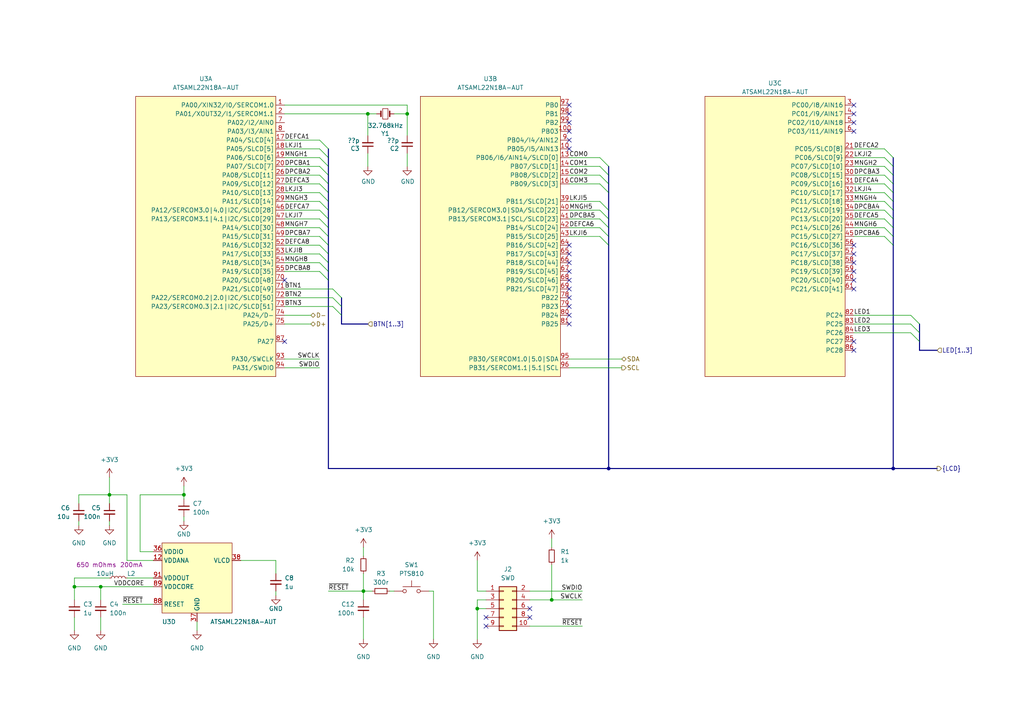
<source format=kicad_sch>
(kicad_sch (version 20230121) (generator eeschema)
  (paper "A4")
  (junction (at 29.21 170.18))
  (junction (at 160.02 173.99))
  (junction (at 259.08 135.89))
  (junction (at 106.68 33.02))
  (junction (at 53.34 143.51))
  (junction (at 118.11 33.02))
  (junction (at 105.41 171.45))
  (junction (at 21.59 170.18))
  (junction (at 138.43 176.53))
  (junction (at 31.75 143.51))
  (junction (at 176.53 135.89))
  (no_connect (at 247.65 71.12))
  (no_connect (at 165.1 43.18))
  (no_connect (at 247.65 33.02))
  (no_connect (at 165.1 91.44))
  (no_connect (at 153.67 176.53))
  (no_connect (at 165.1 83.82))
  (no_connect (at 165.1 88.9))
  (no_connect (at 165.1 33.02))
  (no_connect (at 247.65 83.82))
  (no_connect (at 247.65 76.2))
  (no_connect (at 165.1 38.1))
  (no_connect (at 165.1 73.66))
  (no_connect (at 153.67 179.07))
  (no_connect (at 165.1 76.2))
  (no_connect (at 247.65 101.6))
  (no_connect (at 247.65 38.1))
  (no_connect (at 165.1 40.64))
  (no_connect (at 165.1 30.48))
  (no_connect (at 247.65 30.48))
  (no_connect (at 140.97 179.07))
  (no_connect (at 165.1 81.28))
  (no_connect (at 165.1 78.74))
  (no_connect (at 247.65 81.28))
  (no_connect (at 165.1 71.12))
  (no_connect (at 165.1 86.36))
  (no_connect (at 82.55 81.28))
  (no_connect (at 165.1 93.98))
  (no_connect (at 247.65 73.66))
  (no_connect (at 247.65 35.56))
  (no_connect (at 247.65 78.74))
  (no_connect (at 82.55 99.06))
  (no_connect (at 165.1 35.56))
  (no_connect (at 247.65 99.06))
  (no_connect (at 140.97 181.61))
  (bus_entry (at 99.06 86.36) (size -2.54 -2.54))
  (bus_entry (at 95.25 55.88) (size -2.54 -2.54))
  (bus_entry (at 95.25 50.8) (size -2.54 -2.54))
  (bus_entry (at 95.25 68.58) (size -2.54 -2.54))
  (bus_entry (at 259.08 63.5) (size -2.54 -2.54))
  (bus_entry (at 176.53 71.12) (size -2.54 -2.54))
  (bus_entry (at 176.53 55.88) (size -2.54 -2.54))
  (bus_entry (at 176.53 60.96) (size -2.54 -2.54))
  (bus_entry (at 259.08 71.12) (size -2.54 -2.54))
  (bus_entry (at 176.53 63.5) (size -2.54 -2.54))
  (bus_entry (at 95.25 78.74) (size -2.54 -2.54))
  (bus_entry (at 95.25 45.72) (size -2.54 -2.54))
  (bus_entry (at 95.25 81.28) (size -2.54 -2.54))
  (bus_entry (at 95.25 73.66) (size -2.54 -2.54))
  (bus_entry (at 176.53 53.34) (size -2.54 -2.54))
  (bus_entry (at 99.06 91.44) (size -2.54 -2.54))
  (bus_entry (at 95.25 53.34) (size -2.54 -2.54))
  (bus_entry (at 95.25 43.18) (size -2.54 -2.54))
  (bus_entry (at 259.08 50.8) (size -2.54 -2.54))
  (bus_entry (at 176.53 48.26) (size -2.54 -2.54))
  (bus_entry (at 259.08 53.34) (size -2.54 -2.54))
  (bus_entry (at 266.7 96.52) (size -2.54 -2.54))
  (bus_entry (at 95.25 63.5) (size -2.54 -2.54))
  (bus_entry (at 266.7 93.98) (size -2.54 -2.54))
  (bus_entry (at 259.08 66.04) (size -2.54 -2.54))
  (bus_entry (at 95.25 48.26) (size -2.54 -2.54))
  (bus_entry (at 259.08 58.42) (size -2.54 -2.54))
  (bus_entry (at 259.08 55.88) (size -2.54 -2.54))
  (bus_entry (at 259.08 45.72) (size -2.54 -2.54))
  (bus_entry (at 99.06 88.9) (size -2.54 -2.54))
  (bus_entry (at 259.08 48.26) (size -2.54 -2.54))
  (bus_entry (at 176.53 68.58) (size -2.54 -2.54))
  (bus_entry (at 95.25 60.96) (size -2.54 -2.54))
  (bus_entry (at 95.25 58.42) (size -2.54 -2.54))
  (bus_entry (at 259.08 68.58) (size -2.54 -2.54))
  (bus_entry (at 95.25 66.04) (size -2.54 -2.54))
  (bus_entry (at 259.08 60.96) (size -2.54 -2.54))
  (bus_entry (at 266.7 99.06) (size -2.54 -2.54))
  (bus_entry (at 95.25 71.12) (size -2.54 -2.54))
  (bus_entry (at 176.53 50.8) (size -2.54 -2.54))
  (bus_entry (at 95.25 76.2) (size -2.54 -2.54))
  (bus_entry (at 176.53 66.04) (size -2.54 -2.54))
  (wire (pts (xy 105.41 158.75) (xy 105.41 161.29)))
  (bus (pts (xy 259.08 63.5) (xy 259.08 66.04)))
  (wire (pts (xy 82.55 88.9) (xy 96.52 88.9)))
  (wire (pts (xy 165.1 53.34) (xy 173.99 53.34)))
  (wire (pts (xy 82.55 73.66) (xy 92.71 73.66)))
  (wire (pts (xy 106.68 39.37) (xy 106.68 33.02)))
  (bus (pts (xy 95.25 73.66) (xy 95.25 76.2)))
  (wire (pts (xy 160.02 173.99) (xy 168.91 173.99)))
  (bus (pts (xy 271.78 101.6) (xy 266.7 101.6)))
  (bus (pts (xy 259.08 45.72) (xy 259.08 48.26)))
  (wire (pts (xy 82.55 43.18) (xy 92.71 43.18)))
  (wire (pts (xy 31.75 151.13) (xy 31.75 152.4)))
  (bus (pts (xy 95.25 81.28) (xy 95.25 135.89)))
  (wire (pts (xy 247.65 96.52) (xy 264.16 96.52)))
  (wire (pts (xy 153.67 181.61) (xy 168.91 181.61)))
  (wire (pts (xy 165.1 48.26) (xy 173.99 48.26)))
  (wire (pts (xy 21.59 170.18) (xy 21.59 173.99)))
  (bus (pts (xy 259.08 71.12) (xy 259.08 135.89)))
  (wire (pts (xy 22.86 143.51) (xy 22.86 146.05)))
  (wire (pts (xy 35.56 175.26) (xy 44.45 175.26)))
  (wire (pts (xy 247.65 93.98) (xy 264.16 93.98)))
  (wire (pts (xy 165.1 106.68) (xy 180.34 106.68)))
  (wire (pts (xy 247.65 91.44) (xy 264.16 91.44)))
  (wire (pts (xy 82.55 104.14) (xy 92.71 104.14)))
  (wire (pts (xy 82.55 55.88) (xy 92.71 55.88)))
  (wire (pts (xy 247.65 43.18) (xy 256.54 43.18)))
  (wire (pts (xy 80.01 162.56) (xy 80.01 166.37)))
  (bus (pts (xy 95.25 78.74) (xy 95.25 81.28)))
  (bus (pts (xy 176.53 68.58) (xy 176.53 71.12)))
  (wire (pts (xy 165.1 63.5) (xy 173.99 63.5)))
  (wire (pts (xy 82.55 91.44) (xy 90.17 91.44)))
  (wire (pts (xy 82.55 106.68) (xy 92.71 106.68)))
  (bus (pts (xy 99.06 88.9) (xy 99.06 91.44)))
  (wire (pts (xy 247.65 48.26) (xy 256.54 48.26)))
  (wire (pts (xy 138.43 176.53) (xy 140.97 176.53)))
  (wire (pts (xy 57.15 180.34) (xy 57.15 182.88)))
  (bus (pts (xy 176.53 50.8) (xy 176.53 53.34)))
  (bus (pts (xy 266.7 101.6) (xy 266.7 99.06)))
  (bus (pts (xy 176.53 71.12) (xy 176.53 135.89)))
  (wire (pts (xy 82.55 58.42) (xy 92.71 58.42)))
  (wire (pts (xy 82.55 76.2) (xy 92.71 76.2)))
  (wire (pts (xy 82.55 45.72) (xy 92.71 45.72)))
  (wire (pts (xy 118.11 30.48) (xy 118.11 33.02)))
  (wire (pts (xy 165.1 66.04) (xy 173.99 66.04)))
  (bus (pts (xy 259.08 53.34) (xy 259.08 55.88)))
  (bus (pts (xy 266.7 96.52) (xy 266.7 93.98)))
  (bus (pts (xy 95.25 45.72) (xy 95.25 48.26)))
  (bus (pts (xy 95.25 68.58) (xy 95.25 71.12)))
  (bus (pts (xy 176.53 48.26) (xy 176.53 50.8)))
  (bus (pts (xy 176.53 55.88) (xy 176.53 60.96)))
  (wire (pts (xy 165.1 45.72) (xy 173.99 45.72)))
  (wire (pts (xy 247.65 55.88) (xy 256.54 55.88)))
  (wire (pts (xy 82.55 78.74) (xy 92.71 78.74)))
  (bus (pts (xy 95.25 48.26) (xy 95.25 50.8)))
  (bus (pts (xy 95.25 76.2) (xy 95.25 78.74)))
  (wire (pts (xy 106.68 33.02) (xy 109.22 33.02)))
  (bus (pts (xy 95.25 50.8) (xy 95.25 53.34)))
  (bus (pts (xy 95.25 58.42) (xy 95.25 60.96)))
  (wire (pts (xy 82.55 30.48) (xy 118.11 30.48)))
  (bus (pts (xy 95.25 43.18) (xy 95.25 45.72)))
  (bus (pts (xy 99.06 91.44) (xy 99.06 93.98)))
  (wire (pts (xy 29.21 179.07) (xy 29.21 182.88)))
  (bus (pts (xy 95.25 55.88) (xy 95.25 58.42)))
  (wire (pts (xy 247.65 63.5) (xy 256.54 63.5)))
  (wire (pts (xy 105.41 171.45) (xy 107.95 171.45)))
  (bus (pts (xy 95.25 66.04) (xy 95.25 68.58)))
  (wire (pts (xy 53.34 143.51) (xy 53.34 144.78)))
  (wire (pts (xy 113.03 171.45) (xy 114.3 171.45)))
  (wire (pts (xy 82.55 71.12) (xy 92.71 71.12)))
  (wire (pts (xy 125.73 171.45) (xy 125.73 185.42)))
  (wire (pts (xy 105.41 171.45) (xy 105.41 173.99)))
  (bus (pts (xy 259.08 50.8) (xy 259.08 53.34)))
  (wire (pts (xy 53.34 140.97) (xy 53.34 143.51)))
  (wire (pts (xy 82.55 40.64) (xy 92.71 40.64)))
  (wire (pts (xy 160.02 163.83) (xy 160.02 173.99)))
  (wire (pts (xy 118.11 48.26) (xy 118.11 44.45)))
  (wire (pts (xy 247.65 45.72) (xy 256.54 45.72)))
  (wire (pts (xy 105.41 179.07) (xy 105.41 185.42)))
  (wire (pts (xy 82.55 53.34) (xy 92.71 53.34)))
  (bus (pts (xy 176.53 66.04) (xy 176.53 68.58)))
  (wire (pts (xy 31.75 143.51) (xy 22.86 143.51)))
  (wire (pts (xy 69.85 162.56) (xy 80.01 162.56)))
  (wire (pts (xy 138.43 176.53) (xy 138.43 173.99)))
  (bus (pts (xy 95.25 53.34) (xy 95.25 55.88)))
  (wire (pts (xy 40.64 143.51) (xy 40.64 160.02)))
  (wire (pts (xy 36.83 167.64) (xy 44.45 167.64)))
  (bus (pts (xy 259.08 58.42) (xy 259.08 60.96)))
  (wire (pts (xy 153.67 171.45) (xy 168.91 171.45)))
  (bus (pts (xy 176.53 135.89) (xy 95.25 135.89)))
  (wire (pts (xy 138.43 162.56) (xy 138.43 171.45)))
  (wire (pts (xy 36.83 162.56) (xy 36.83 143.51)))
  (wire (pts (xy 118.11 39.37) (xy 118.11 33.02)))
  (wire (pts (xy 82.55 63.5) (xy 92.71 63.5)))
  (bus (pts (xy 99.06 86.36) (xy 99.06 88.9)))
  (wire (pts (xy 138.43 176.53) (xy 138.43 185.42)))
  (bus (pts (xy 95.25 60.96) (xy 95.25 63.5)))
  (wire (pts (xy 29.21 170.18) (xy 44.45 170.18)))
  (wire (pts (xy 80.01 171.45) (xy 80.01 172.72)))
  (bus (pts (xy 259.08 55.88) (xy 259.08 58.42)))
  (wire (pts (xy 53.34 149.86) (xy 53.34 151.13)))
  (wire (pts (xy 124.46 171.45) (xy 125.73 171.45)))
  (wire (pts (xy 82.55 48.26) (xy 92.71 48.26)))
  (wire (pts (xy 82.55 66.04) (xy 92.71 66.04)))
  (bus (pts (xy 176.53 60.96) (xy 176.53 63.5)))
  (wire (pts (xy 82.55 93.98) (xy 90.17 93.98)))
  (wire (pts (xy 21.59 170.18) (xy 29.21 170.18)))
  (wire (pts (xy 82.55 83.82) (xy 96.52 83.82)))
  (wire (pts (xy 21.59 179.07) (xy 21.59 182.88)))
  (wire (pts (xy 31.75 143.51) (xy 31.75 146.05)))
  (wire (pts (xy 44.45 162.56) (xy 36.83 162.56)))
  (wire (pts (xy 31.75 138.43) (xy 31.75 143.51)))
  (bus (pts (xy 259.08 135.89) (xy 176.53 135.89)))
  (wire (pts (xy 247.65 68.58) (xy 256.54 68.58)))
  (wire (pts (xy 165.1 68.58) (xy 173.99 68.58)))
  (wire (pts (xy 165.1 50.8) (xy 173.99 50.8)))
  (bus (pts (xy 259.08 48.26) (xy 259.08 50.8)))
  (wire (pts (xy 82.55 50.8) (xy 92.71 50.8)))
  (bus (pts (xy 259.08 135.89) (xy 271.78 135.89)))
  (wire (pts (xy 165.1 58.42) (xy 173.99 58.42)))
  (wire (pts (xy 105.41 166.37) (xy 105.41 171.45)))
  (wire (pts (xy 21.59 167.64) (xy 21.59 170.18)))
  (wire (pts (xy 105.41 171.45) (xy 95.25 171.45)))
  (wire (pts (xy 138.43 171.45) (xy 140.97 171.45)))
  (wire (pts (xy 82.55 60.96) (xy 92.71 60.96)))
  (wire (pts (xy 153.67 173.99) (xy 160.02 173.99)))
  (wire (pts (xy 165.1 60.96) (xy 173.99 60.96)))
  (wire (pts (xy 247.65 53.34) (xy 256.54 53.34)))
  (bus (pts (xy 95.25 63.5) (xy 95.25 66.04)))
  (wire (pts (xy 36.83 143.51) (xy 31.75 143.51)))
  (bus (pts (xy 259.08 68.58) (xy 259.08 71.12)))
  (wire (pts (xy 247.65 60.96) (xy 256.54 60.96)))
  (bus (pts (xy 266.7 99.06) (xy 266.7 96.52)))
  (wire (pts (xy 82.55 68.58) (xy 92.71 68.58)))
  (bus (pts (xy 259.08 66.04) (xy 259.08 68.58)))
  (bus (pts (xy 106.68 93.98) (xy 99.06 93.98)))
  (wire (pts (xy 247.65 58.42) (xy 256.54 58.42)))
  (bus (pts (xy 176.53 53.34) (xy 176.53 55.88)))
  (wire (pts (xy 106.68 48.26) (xy 106.68 44.45)))
  (wire (pts (xy 247.65 66.04) (xy 256.54 66.04)))
  (bus (pts (xy 259.08 60.96) (xy 259.08 63.5)))
  (wire (pts (xy 118.11 33.02) (xy 114.3 33.02)))
  (wire (pts (xy 247.65 50.8) (xy 256.54 50.8)))
  (wire (pts (xy 29.21 170.18) (xy 29.21 173.99)))
  (wire (pts (xy 160.02 156.21) (xy 160.02 158.75)))
  (wire (pts (xy 165.1 104.14) (xy 180.34 104.14)))
  (bus (pts (xy 95.25 71.12) (xy 95.25 73.66)))
  (wire (pts (xy 22.86 151.13) (xy 22.86 152.4)))
  (wire (pts (xy 82.55 86.36) (xy 96.52 86.36)))
  (wire (pts (xy 40.64 160.02) (xy 44.45 160.02)))
  (bus (pts (xy 176.53 63.5) (xy 176.53 66.04)))
  (wire (pts (xy 21.59 167.64) (xy 31.75 167.64)))
  (wire (pts (xy 82.55 33.02) (xy 106.68 33.02)))
  (wire (pts (xy 138.43 173.99) (xy 140.97 173.99)))
  (wire (pts (xy 40.64 143.51) (xy 53.34 143.51)))
  (label "LED3" (at 247.65 96.52 0))
  (label "LED2" (at 247.65 93.98 0))
  (label "MNGH5" (at 165.1 60.96 0))
  (label "~{RESET}" (at 35.56 175.26 0))
  (label "DEFCA2" (at 247.65 43.18 0))
  (label "LKJI7" (at 82.55 63.5 0))
  (label "LKJI2" (at 247.65 45.72 0))
  (label "DPCBA2" (at 82.55 50.8 0))
  (label "DPCBA7" (at 82.55 68.58 0))
  (label "MNGH4" (at 247.65 58.42 0))
  (label "SWCLK" (at 92.71 104.14 180))
  (label "COM2" (at 165.1 50.8 0))
  (label "DPCBA3" (at 247.65 50.8 0))
  (label "DPCBA1" (at 82.55 48.26 0))
  (label "BTN2" (at 82.55 86.36 0))
  (label "MNGH6" (at 247.65 66.04 0))
  (label "MNGH1" (at 82.55 45.72 0))
  (label "MNGH3" (at 82.55 58.42 0))
  (label "DEFCA6" (at 165.1 66.04 0))
  (label "DPCBA8" (at 82.55 78.74 0))
  (label "COM1" (at 165.1 48.26 0))
  (label "LKJI1" (at 82.55 43.18 0))
  (label "MNGH2" (at 247.65 48.26 0))
  (label "DPCBA5" (at 165.1 63.5 0))
  (label "DPCBA4" (at 247.65 60.96 0))
  (label "LKJI4" (at 247.65 55.88 0))
  (label "DEFCA8" (at 82.55 71.12 0))
  (label "MNGH8" (at 82.55 76.2 0))
  (label "DEFCA5" (at 247.65 63.5 0))
  (label "~{RESET}" (at 168.91 181.61 180))
  (label "COM0" (at 165.1 45.72 0))
  (label "DEFCA1" (at 82.55 40.64 0))
  (label "DPCBA6" (at 247.65 68.58 0))
  (label "LED1" (at 247.65 91.44 0))
  (label "VDDCORE" (at 33.02 170.18 0))
  (label "SWCLK" (at 168.91 173.99 180))
  (label "SWDIO" (at 92.71 106.68 180))
  (label "DEFCA4" (at 247.65 53.34 0))
  (label "BTN3" (at 82.55 88.9 0))
  (label "LKJI5" (at 165.1 58.42 0))
  (label "BTN1" (at 82.55 83.82 0))
  (label "DEFCA3" (at 82.55 53.34 0))
  (label "LKJI3" (at 82.55 55.88 0))
  (label "SWDIO" (at 168.91 171.45 180))
  (label "COM3" (at 165.1 53.34 0))
  (label "MNGH7" (at 82.55 66.04 0))
  (label "LKJI6" (at 165.1 68.58 0))
  (label "LKJI8" (at 82.55 73.66 0))
  (label "DEFCA7" (at 82.55 60.96 0))
  (label "~{RESET}" (at 95.25 171.45 0))
  (hierarchical_label "D-" (shape bidirectional) (at 90.17 91.44 0))
  (hierarchical_label "{LCD}" (shape output) (at 271.78 135.89 0))
  (hierarchical_label "D+" (shape bidirectional) (at 90.17 93.98 0))
  (hierarchical_label "BTN[1..3]" (shape input) (at 106.68 93.98 0))
  (hierarchical_label "SDA" (shape bidirectional) (at 180.34 104.14 0))
  (hierarchical_label "LED[1..3]" (shape input) (at 271.78 101.6 0))
  (hierarchical_label "SCL" (shape output) (at 180.34 106.68 0))
  (symbol (lib_id "power:+3V3") (at 105.41 158.75 0) (mirror y) (unit 1)
    (property "Reference" "#PWR024" (effects hide))
    (property "Value" "+3V3" (at 105.41 153.67 0))
  )
  (symbol (lib_id "power:GND") (at 80.01 172.72 0) (mirror y) (unit 1)
    (property "Reference" "#PWR016" (effects hide))
    (property "Value" "GND" (at 80.01 176.53 0))
  )
  (symbol (lib_id "power:+3V3") (at 53.34 140.97 0) (mirror y) (unit 1)
    (property "Reference" "#PWR014" (effects hide))
    (property "Value" "+3V3" (at 53.34 135.89 0))
  )
  (symbol (lib_name "ATSAML22N18A-AUT (Multi)_2") (lib_id "GaussCheckCustomSymbols:ATSAML22N18A-AUT (Multi)") (at 142.24 68.58 0) (unit 2)
    (property "Reference" "U3" (at 142.24 22.86 0))
    (property "Value" "ATSAML22N18A-AUT" (at 142.24 25.4 0))
    (property "Footprint" "Package_QFP:TQFP-100_14x14mm_P0.5mm" (effects hide))
    (property "Datasheet" "https://ww1.microchip.com/downloads/aemDocuments/documents/MCU32/ProductDocuments/DataSheets/SAM-L22-Family-Data-Sheet-DS60001465.pdf" (effects hide))
  )
  (symbol (lib_id "Device:R_Small") (at 105.41 163.83 0) (mirror y) (unit 1)
    (property "Reference" "R2" (at 102.87 162.56 0) (effects (justify left)))
    (property "Value" "10k" (at 102.87 165.1 0) (effects (justify left)))
    (property "Footprint" "Resistor_SMD:R_0603_1608Metric" (effects hide))
  )
  (symbol (lib_id "MagnetoStage-rescue:GND-power") (at 118.11 48.26 0) (unit 1)
    (property "Reference" "#PWR03" (effects hide))
    (property "Value" "GND" (at 118.237 52.6542 0))
    (instances (project "MagnetoStage_MCU" (path "" (reference "#PWR03") (unit 1))) (project "gaussCheck" (path "" (reference "#PWR017") (unit 1))))
  )
  (symbol (lib_id "power:GND") (at 138.43 185.42 0) (unit 1)
    (property "Reference" "#PWR019" (effects hide))
    (property "Value" "GND" (at 138.43 190.5 0))
  )
  (symbol (lib_id "Device:C_Small") (at 53.34 147.32 0) (unit 1)
    (property "Reference" "C7" (at 55.88 146.0563 0) (effects (justify left)))
    (property "Value" "100n" (at 55.88 148.5963 0) (effects (justify left)))
    (property "Footprint" "Capacitor_SMD:C_0603_1608Metric" (effects hide))
  )
  (symbol (lib_id "power:+3V3") (at 160.02 156.21 0) (mirror y) (unit 1)
    (property "Reference" "#PWR022" (effects hide))
    (property "Value" "+3V3" (at 160.02 151.13 0))
  )
  (symbol (lib_id "power:GND") (at 53.34 151.13 0) (mirror y) (unit 1)
    (property "Reference" "#PWR015" (effects hide))
    (property "Value" "GND" (at 53.34 154.94 0))
  )
  (symbol (lib_id "Switch:SW_Push") (at 119.38 171.45 0) (unit 1)
    (property "Reference" "SW1" (at 119.38 163.83 0))
    (property "Value" "PTS810" (at 119.38 166.37 0))
    (property "Footprint" "Button_Switch_SMD:SW_SPST_PTS810" (effects hide))
  )
  (symbol (lib_id "power:GND") (at 22.86 152.4 0) (mirror y) (unit 1)
    (property "Reference" "#PWR013" (effects hide))
    (property "Value" "GND" (at 22.86 157.48 0))
  )
  (symbol (lib_id "power:+3V3") (at 31.75 138.43 0) (mirror y) (unit 1)
    (property "Reference" "#PWR011" (effects hide))
    (property "Value" "+3V3" (at 31.75 133.35 0))
  )
  (symbol (lib_id "Device:C_Small") (at 29.21 176.53 0) (unit 1)
    (property "Reference" "C4" (at 31.75 175.2663 0) (effects (justify left)))
    (property "Value" "100n" (at 31.75 177.8063 0) (effects (justify left)))
    (property "Footprint" "Capacitor_SMD:C_0603_1608Metric" (effects hide))
  )
  (symbol (lib_id "Connector_Generic:Conn_02x05_Odd_Even") (at 146.05 176.53 0) (unit 1)
    (property "Reference" "J2" (at 147.32 165.1 0))
    (property "Value" "SWD" (at 147.32 167.64 0))
    (property "Footprint" "Connector_PinHeader_1.27mm:PinHeader_2x05_P1.27mm_Vertical_SMD" (effects hide))
  )
  (symbol (lib_id "Device:L_Small") (at 34.29 167.64 270) (mirror x) (unit 1)
    (property "Reference" "L2" (at 36.83 166.37 90) (effects (justify left)))
    (property "Value" "10uH" (at 27.94 166.37 90) (effects (justify left)))
    (property "Footprint" "Inductor_SMD:L_0805_2012Metric" (effects hide))
    (property "Datasheet" "https://product.tdk.com/system/files/dam/doc/product/inductor/inductor/smd/catalog/inductor_commercial_decoupling_mlz2012_en.pdf" (effects hide))
    (property "MPN" "MLZ2012M100HT000" (effects hide))
    (property "ISat" "200mA" (at 38.1 163.83 90))
    (property "DCR" "650 mOhms" (at 27.94 163.83 90))
  )
  (symbol (lib_id "MagnetoStage-rescue:GND-power") (at 106.68 48.26 0) (unit 1)
    (property "Reference" "#PWR04" (effects hide))
    (property "Value" "GND" (at 106.807 52.6542 0))
    (instances (project "MagnetoStage_MCU" (path "" (reference "#PWR04") (unit 1))) (project "gaussCheck" (path "" (reference "#PWR018") (unit 1))))
  )
  (symbol (lib_id "power:GND") (at 29.21 182.88 0) (unit 1)
    (property "Reference" "#PWR010" (effects hide))
    (property "Value" "GND" (at 29.21 187.96 0))
  )
  (symbol (lib_id "Device:R_Small") (at 110.49 171.45 90) (unit 1)
    (property "Reference" "R3" (at 110.49 166.37 90))
    (property "Value" "300r" (at 110.49 168.91 90))
    (property "Footprint" "Resistor_SMD:R_0603_1608Metric" (effects hide))
  )
  (symbol (lib_id "Device:C_Small") (at 22.86 148.59 0) (mirror y) (unit 1)
    (property "Reference" "C6" (at 20.32 147.3263 0) (effects (justify left)))
    (property "Value" "10u" (at 20.32 149.8663 0) (effects (justify left)))
    (property "Footprint" "Capacitor_SMD:C_0603_1608Metric" (effects hide))
  )
  (symbol (lib_id "power:+3V3") (at 138.43 162.56 0) (mirror y) (unit 1)
    (property "Reference" "#PWR020" (effects hide))
    (property "Value" "+3V3" (at 138.43 157.48 0))
  )
  (symbol (lib_id "GaussCheckCustomSymbols:ATSAML22N18A-AUT (Multi)") (at 57.15 167.64 0) (unit 4)
    (property "Reference" "U3" (at 46.99 180.34 0) (effects (justify left)))
    (property "Value" "ATSAML22N18A-AUT" (at 60.96 180.34 0) (effects (justify left)))
    (property "Footprint" "Package_QFP:TQFP-100_14x14mm_P0.5mm" (effects hide))
    (property "Datasheet" "https://ww1.microchip.com/downloads/aemDocuments/documents/MCU32/ProductDocuments/DataSheets/SAM-L22-Family-Data-Sheet-DS60001465.pdf" (effects hide))
  )
  (symbol (lib_id "power:GND") (at 105.41 185.42 0) (unit 1)
    (property "Reference" "#PWR023" (effects hide))
    (property "Value" "GND" (at 105.41 190.5 0))
  )
  (symbol (lib_id "power:GND") (at 125.73 185.42 0) (unit 1)
    (property "Reference" "#PWR025" (effects hide))
    (property "Value" "GND" (at 125.73 190.5 0))
  )
  (symbol (lib_id "MagnetoStage-rescue:C_Small-Device") (at 118.11 41.91 180) (unit 1)
    (property "Reference" "C2" (at 115.7732 43.0784 0) (effects (justify left)))
    (property "Value" "??p" (at 115.7732 40.767 0) (effects (justify left)))
    (property "Footprint" "Capacitor_SMD:C_0603_1608Metric" (effects hide))
    (property "MPN" "CC0603JRNPO9BN220" (effects hide))
    (property "Mouser" "603-CC603JRNPO9BN220 " (effects hide))
    (instances (project "MagnetoStage_MCU" (path "" (reference "C2") (unit 1))) (project "gaussCheck" (path "" (reference "C9") (unit 1))))
  )
  (symbol (lib_id "power:GND") (at 31.75 152.4 0) (mirror y) (unit 1)
    (property "Reference" "#PWR012" (effects hide))
    (property "Value" "GND" (at 31.75 157.48 0))
  )
  (symbol (lib_id "Device:C_Small") (at 31.75 148.59 0) (mirror y) (unit 1)
    (property "Reference" "C5" (at 29.21 147.3263 0) (effects (justify left)))
    (property "Value" "100n" (at 29.21 149.8663 0) (effects (justify left)))
    (property "Footprint" "Capacitor_SMD:C_0603_1608Metric" (effects hide))
  )
  (symbol (lib_id "MagnetoStage-rescue:C_Small-Device") (at 106.68 41.91 180) (unit 1)
    (property "Reference" "C3" (at 104.3432 43.0784 0) (effects (justify left)))
    (property "Value" "??p" (at 104.3432 40.767 0) (effects (justify left)))
    (property "Footprint" "Capacitor_SMD:C_0603_1608Metric" (effects hide))
    (property "Mouser" "603-CC603JRNPO9BN220 " (effects hide))
    (property "MPN" "CC0603JRNPO9BN220" (effects hide))
    (instances (project "MagnetoStage_MCU" (path "" (reference "C3") (unit 1))) (project "gaussCheck" (path "" (reference "C10") (unit 1))))
  )
  (symbol (lib_id "Device:R_Small") (at 160.02 161.29 0) (unit 1)
    (property "Reference" "R1" (at 162.56 160.02 0) (effects (justify left)))
    (property "Value" "1k" (at 162.56 162.56 0) (effects (justify left)))
    (property "Footprint" "Resistor_SMD:R_0603_1608Metric" (effects hide))
  )
  (symbol (lib_id "power:GND") (at 21.59 182.88 0) (unit 1)
    (property "Reference" "#PWR09" (effects hide))
    (property "Value" "GND" (at 21.59 187.96 0))
  )
  (symbol (lib_id "Device:Crystal_Small") (at 111.76 33.02 180) (unit 1)
    (property "Reference" "Y1" (at 111.76 38.735 0))
    (property "Value" "32.768kHz" (at 111.76 36.4236 0))
    (property "Footprint" "Crystal:Crystal_SMD_3215-2Pin_3.2x1.5mm" (effects hide))
  )
  (symbol (lib_id "power:GND") (at 57.15 182.88 0) (unit 1)
    (property "Reference" "#PWR08" (effects hide))
    (property "Value" "GND" (at 57.15 187.96 0))
  )
  (symbol (lib_id "Device:C_Small") (at 21.59 176.53 0) (unit 1)
    (property "Reference" "C3" (at 24.13 175.2663 0) (effects (justify left)))
    (property "Value" "1u" (at 24.13 177.8063 0) (effects (justify left)))
    (property "Footprint" "Capacitor_SMD:C_0603_1608Metric" (effects hide))
  )
  (symbol (lib_id "Device:C_Small") (at 80.01 168.91 0) (unit 1)
    (property "Reference" "C8" (at 82.55 167.6463 0) (effects (justify left)))
    (property "Value" "1u" (at 82.55 170.1863 0) (effects (justify left)))
    (property "Footprint" "Capacitor_SMD:C_0603_1608Metric" (effects hide))
  )
  (symbol (lib_name "ATSAML22N18A-AUT (Multi)_3") (lib_id "GaussCheckCustomSymbols:ATSAML22N18A-AUT (Multi)") (at 224.79 68.58 0) (unit 3)
    (property "Reference" "U3" (at 224.79 24.13 0))
    (property "Value" "ATSAML22N18A-AUT" (at 224.79 26.67 0))
    (property "Footprint" "Package_QFP:TQFP-100_14x14mm_P0.5mm" (effects hide))
    (property "Datasheet" "https://ww1.microchip.com/downloads/aemDocuments/documents/MCU32/ProductDocuments/DataSheets/SAM-L22-Family-Data-Sheet-DS60001465.pdf" (effects hide))
  )
  (symbol (lib_name "ATSAML22N18A-AUT (Multi)_1") (lib_id "GaussCheckCustomSymbols:ATSAML22N18A-AUT (Multi)") (at 59.69 68.58 0) (unit 1)
    (property "Reference" "U3" (at 59.69 22.86 0))
    (property "Value" "ATSAML22N18A-AUT" (at 59.69 25.4 0))
    (property "Footprint" "Package_QFP:TQFP-100_14x14mm_P0.5mm" (effects hide))
    (property "Datasheet" "https://ww1.microchip.com/downloads/aemDocuments/documents/MCU32/ProductDocuments/DataSheets/SAM-L22-Family-Data-Sheet-DS60001465.pdf" (effects hide))
  )
  (symbol (lib_id "Device:C_Small") (at 105.41 176.53 0) (mirror y) (unit 1)
    (property "Reference" "C12" (at 102.87 175.2663 0) (effects (justify left)))
    (property "Value" "100n" (at 102.87 177.8063 0) (effects (justify left)))
    (property "Footprint" "Capacitor_SMD:C_0603_1608Metric" (effects hide))
  )
)
</source>
